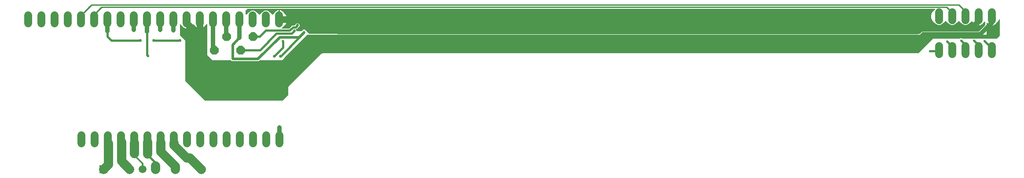
<source format=gbr>
G04 EAGLE Gerber RS-274X export*
G75*
%MOMM*%
%FSLAX34Y34*%
%LPD*%
%INBottom Copper*%
%IPPOS*%
%AMOC8*
5,1,8,0,0,1.08239X$1,22.5*%
G01*
%ADD10C,1.524000*%
%ADD11P,1.814519X8X202.500000*%
%ADD12R,1.508000X1.508000*%
%ADD13C,1.508000*%
%ADD14C,0.525000*%
%ADD15C,0.508000*%
%ADD16C,0.406400*%
%ADD17C,0.812800*%
%ADD18C,0.352400*%
%ADD19C,0.254000*%
%ADD20C,1.270000*%
%ADD21C,1.778000*%
%ADD22C,0.304800*%

G36*
X624168Y465852D02*
X624168Y465852D01*
X624259Y465859D01*
X624289Y465871D01*
X624321Y465877D01*
X624401Y465919D01*
X624485Y465955D01*
X624517Y465981D01*
X624538Y465992D01*
X624560Y466015D01*
X624616Y466060D01*
X634014Y475458D01*
X634067Y475532D01*
X634127Y475601D01*
X634139Y475631D01*
X634158Y475657D01*
X634185Y475744D01*
X634219Y475829D01*
X634223Y475870D01*
X634230Y475893D01*
X634229Y475925D01*
X634237Y475996D01*
X634237Y489853D01*
X635900Y493867D01*
X697393Y555360D01*
X701407Y557023D01*
X1786407Y557023D01*
X1846857Y557045D01*
X1846947Y557060D01*
X1847038Y557067D01*
X1847068Y557080D01*
X1847100Y557085D01*
X1847180Y557128D01*
X1847264Y557164D01*
X1847296Y557189D01*
X1847317Y557200D01*
X1847339Y557224D01*
X1847395Y557268D01*
X1875597Y585471D01*
X1927341Y585471D01*
X1927432Y585486D01*
X1927522Y585493D01*
X1927552Y585505D01*
X1927584Y585511D01*
X1927665Y585553D01*
X1927749Y585589D01*
X1927760Y585598D01*
X1930758Y585598D01*
X1930778Y585581D01*
X1930808Y585569D01*
X1930834Y585550D01*
X1930921Y585523D01*
X1931006Y585489D01*
X1931047Y585485D01*
X1931069Y585478D01*
X1931101Y585479D01*
X1931173Y585471D01*
X1997964Y585471D01*
X1998054Y585486D01*
X1998145Y585493D01*
X1998175Y585505D01*
X1998207Y585511D01*
X1998287Y585553D01*
X1998371Y585589D01*
X1998403Y585615D01*
X1998424Y585626D01*
X1998446Y585649D01*
X1998502Y585694D01*
X2003328Y590520D01*
X2003381Y590594D01*
X2003441Y590663D01*
X2003453Y590693D01*
X2003472Y590719D01*
X2003499Y590806D01*
X2003533Y590891D01*
X2003537Y590932D01*
X2003544Y590955D01*
X2003543Y590987D01*
X2003551Y591058D01*
X2003551Y621612D01*
X2003536Y621708D01*
X2003526Y621805D01*
X2003516Y621829D01*
X2003512Y621854D01*
X2003466Y621940D01*
X2003426Y622029D01*
X2003409Y622049D01*
X2003396Y622072D01*
X2003326Y622139D01*
X2003260Y622211D01*
X2003237Y622223D01*
X2003218Y622241D01*
X2003130Y622282D01*
X2003044Y622329D01*
X2003019Y622334D01*
X2002995Y622345D01*
X2002898Y622356D01*
X2002802Y622373D01*
X2002776Y622369D01*
X2002751Y622372D01*
X2002655Y622351D01*
X2002559Y622337D01*
X2002536Y622325D01*
X2002510Y622320D01*
X2002427Y622270D01*
X2002340Y622226D01*
X2002321Y622207D01*
X2002299Y622193D01*
X2002236Y622120D01*
X2002168Y622050D01*
X2002152Y622021D01*
X2002139Y622007D01*
X2002127Y621976D01*
X2002087Y621903D01*
X2001125Y619581D01*
X1997359Y615815D01*
X1997338Y615786D01*
X1997311Y615763D01*
X1997219Y615623D01*
X1997002Y615197D01*
X1996062Y613903D01*
X1994931Y612772D01*
X1993637Y611832D01*
X1992212Y611106D01*
X1990691Y610611D01*
X1989835Y610476D01*
X1989835Y612267D01*
X1989832Y612287D01*
X1989834Y612306D01*
X1989812Y612408D01*
X1989795Y612510D01*
X1989786Y612527D01*
X1989782Y612547D01*
X1989729Y612636D01*
X1989680Y612727D01*
X1989666Y612741D01*
X1989656Y612758D01*
X1989577Y612825D01*
X1989502Y612897D01*
X1989484Y612905D01*
X1989469Y612918D01*
X1989373Y612957D01*
X1989279Y613000D01*
X1989259Y613002D01*
X1989241Y613010D01*
X1989074Y613028D01*
X1987550Y613028D01*
X1987530Y613025D01*
X1987511Y613027D01*
X1987409Y613005D01*
X1987307Y612989D01*
X1987290Y612979D01*
X1987270Y612975D01*
X1987181Y612922D01*
X1987090Y612873D01*
X1987076Y612859D01*
X1987059Y612849D01*
X1986992Y612770D01*
X1986921Y612695D01*
X1986912Y612677D01*
X1986899Y612662D01*
X1986860Y612566D01*
X1986817Y612472D01*
X1986815Y612452D01*
X1986807Y612434D01*
X1986789Y612267D01*
X1986789Y610476D01*
X1985933Y610611D01*
X1984412Y611106D01*
X1982987Y611832D01*
X1981693Y612772D01*
X1980562Y613903D01*
X1979622Y615197D01*
X1979592Y615254D01*
X1979552Y615309D01*
X1979520Y615369D01*
X1979480Y615408D01*
X1979447Y615453D01*
X1979391Y615492D01*
X1979342Y615538D01*
X1979291Y615562D01*
X1979246Y615594D01*
X1979181Y615613D01*
X1979119Y615642D01*
X1979063Y615648D01*
X1979010Y615664D01*
X1978942Y615662D01*
X1978875Y615669D01*
X1978820Y615657D01*
X1978764Y615655D01*
X1978701Y615631D01*
X1978634Y615617D01*
X1978586Y615588D01*
X1978534Y615568D01*
X1978481Y615525D01*
X1978423Y615491D01*
X1978387Y615448D01*
X1978343Y615413D01*
X1978307Y615355D01*
X1978263Y615304D01*
X1978242Y615252D01*
X1978213Y615205D01*
X1978197Y615139D01*
X1978171Y615076D01*
X1978163Y614997D01*
X1978155Y614965D01*
X1978157Y614944D01*
X1978153Y614909D01*
X1978153Y592581D01*
X671576Y592581D01*
X671486Y592567D01*
X671395Y592559D01*
X671365Y592547D01*
X671333Y592542D01*
X671253Y592499D01*
X671169Y592463D01*
X671137Y592437D01*
X671116Y592426D01*
X671094Y592403D01*
X671038Y592358D01*
X628112Y549432D01*
X628059Y549358D01*
X627999Y549289D01*
X627987Y549259D01*
X627968Y549233D01*
X627941Y549146D01*
X627907Y549061D01*
X627903Y549020D01*
X627896Y548997D01*
X627897Y548965D01*
X627896Y548963D01*
X622747Y543813D01*
X580357Y543813D01*
X580267Y543799D01*
X580176Y543791D01*
X580146Y543779D01*
X580114Y543774D01*
X580034Y543731D01*
X579950Y543695D01*
X579917Y543669D01*
X579897Y543658D01*
X579875Y543635D01*
X579819Y543590D01*
X578010Y541781D01*
X526128Y541781D01*
X524319Y543590D01*
X524245Y543643D01*
X524176Y543703D01*
X524146Y543715D01*
X524120Y543734D01*
X524033Y543761D01*
X523948Y543795D01*
X523907Y543799D01*
X523885Y543806D01*
X523852Y543805D01*
X523781Y543813D01*
X488249Y543813D01*
X478535Y553527D01*
X478535Y612295D01*
X478521Y612385D01*
X478513Y612476D01*
X478501Y612506D01*
X478496Y612538D01*
X478453Y612619D01*
X478417Y612703D01*
X478391Y612735D01*
X478380Y612756D01*
X478357Y612778D01*
X478312Y612834D01*
X478058Y613088D01*
X478042Y613099D01*
X478030Y613115D01*
X477942Y613171D01*
X477859Y613231D01*
X477840Y613237D01*
X477823Y613248D01*
X477722Y613273D01*
X477623Y613304D01*
X477604Y613303D01*
X477584Y613308D01*
X477481Y613300D01*
X477378Y613297D01*
X477359Y613290D01*
X477339Y613289D01*
X477244Y613248D01*
X477147Y613213D01*
X477131Y613200D01*
X477113Y613193D01*
X476982Y613088D01*
X473867Y609973D01*
X473846Y609944D01*
X473819Y609921D01*
X473727Y609780D01*
X473510Y609355D01*
X472570Y608061D01*
X471439Y606930D01*
X470145Y605990D01*
X468720Y605264D01*
X467199Y604769D01*
X466343Y604634D01*
X466343Y606425D01*
X466340Y606445D01*
X466342Y606464D01*
X466320Y606566D01*
X466303Y606668D01*
X466294Y606685D01*
X466290Y606705D01*
X466237Y606794D01*
X466188Y606885D01*
X466174Y606899D01*
X466164Y606916D01*
X466085Y606983D01*
X466010Y607055D01*
X465992Y607063D01*
X465977Y607076D01*
X465881Y607115D01*
X465787Y607158D01*
X465767Y607160D01*
X465749Y607168D01*
X465582Y607186D01*
X464058Y607186D01*
X464038Y607183D01*
X464019Y607185D01*
X463917Y607163D01*
X463815Y607147D01*
X463798Y607137D01*
X463778Y607133D01*
X463689Y607080D01*
X463598Y607031D01*
X463584Y607017D01*
X463567Y607007D01*
X463500Y606928D01*
X463429Y606853D01*
X463420Y606835D01*
X463407Y606820D01*
X463368Y606724D01*
X463325Y606630D01*
X463323Y606610D01*
X463315Y606592D01*
X463297Y606425D01*
X463297Y604634D01*
X462441Y604769D01*
X460920Y605264D01*
X459495Y605990D01*
X458201Y606930D01*
X457070Y608061D01*
X456130Y609355D01*
X455913Y609780D01*
X455892Y609809D01*
X455878Y609842D01*
X455773Y609973D01*
X452658Y613088D01*
X452642Y613099D01*
X452630Y613115D01*
X452542Y613171D01*
X452459Y613231D01*
X452440Y613237D01*
X452423Y613248D01*
X452322Y613273D01*
X452223Y613304D01*
X452204Y613303D01*
X452184Y613308D01*
X452081Y613300D01*
X451978Y613297D01*
X451959Y613290D01*
X451939Y613289D01*
X451844Y613248D01*
X451747Y613213D01*
X451731Y613200D01*
X451713Y613193D01*
X451582Y613088D01*
X448467Y609973D01*
X448446Y609944D01*
X448419Y609921D01*
X448327Y609780D01*
X448110Y609355D01*
X447170Y608061D01*
X446039Y606930D01*
X444745Y605990D01*
X443320Y605264D01*
X441799Y604769D01*
X440943Y604634D01*
X440943Y606425D01*
X440940Y606445D01*
X440942Y606464D01*
X440920Y606566D01*
X440903Y606668D01*
X440894Y606685D01*
X440890Y606705D01*
X440837Y606794D01*
X440788Y606885D01*
X440774Y606899D01*
X440764Y606916D01*
X440685Y606983D01*
X440610Y607055D01*
X440592Y607063D01*
X440577Y607076D01*
X440481Y607115D01*
X440387Y607158D01*
X440367Y607160D01*
X440349Y607168D01*
X440182Y607186D01*
X438658Y607186D01*
X438638Y607183D01*
X438619Y607185D01*
X438517Y607163D01*
X438415Y607147D01*
X438398Y607137D01*
X438378Y607133D01*
X438289Y607080D01*
X438198Y607031D01*
X438184Y607017D01*
X438167Y607007D01*
X438100Y606928D01*
X438029Y606853D01*
X438020Y606835D01*
X438007Y606820D01*
X437968Y606724D01*
X437925Y606630D01*
X437923Y606610D01*
X437915Y606592D01*
X437897Y606425D01*
X437897Y604634D01*
X437041Y604769D01*
X435520Y605264D01*
X434095Y605990D01*
X432801Y606930D01*
X431670Y608061D01*
X430730Y609355D01*
X430513Y609780D01*
X430492Y609809D01*
X430478Y609842D01*
X430373Y609973D01*
X427258Y613088D01*
X427200Y613129D01*
X427148Y613179D01*
X427101Y613201D01*
X427059Y613231D01*
X426990Y613252D01*
X426925Y613283D01*
X426873Y613288D01*
X426823Y613304D01*
X426752Y613302D01*
X426681Y613310D01*
X426630Y613299D01*
X426578Y613297D01*
X426510Y613273D01*
X426440Y613257D01*
X426396Y613231D01*
X426347Y613213D01*
X426291Y613168D01*
X426229Y613131D01*
X426195Y613092D01*
X426155Y613059D01*
X426116Y612999D01*
X426069Y612944D01*
X426050Y612896D01*
X426022Y612852D01*
X426004Y612783D01*
X425977Y612716D01*
X425969Y612645D01*
X425961Y612614D01*
X425963Y612590D01*
X425959Y612549D01*
X425959Y591820D01*
X425974Y591730D01*
X425981Y591639D01*
X425993Y591609D01*
X425999Y591577D01*
X426041Y591497D01*
X426077Y591413D01*
X426103Y591381D01*
X426114Y591360D01*
X426137Y591338D01*
X426182Y591282D01*
X436119Y581345D01*
X436119Y504698D01*
X436134Y504608D01*
X436141Y504517D01*
X436153Y504487D01*
X436159Y504455D01*
X436201Y504375D01*
X436237Y504291D01*
X436263Y504259D01*
X436274Y504238D01*
X436297Y504216D01*
X436342Y504160D01*
X474442Y466060D01*
X474516Y466007D01*
X474585Y465947D01*
X474615Y465935D01*
X474641Y465916D01*
X474728Y465889D01*
X474813Y465855D01*
X474854Y465851D01*
X474877Y465844D01*
X474909Y465845D01*
X474980Y465837D01*
X624078Y465837D01*
X624168Y465852D01*
G37*
G36*
X1849374Y594376D02*
X1849374Y594376D01*
X1849465Y594383D01*
X1849495Y594395D01*
X1849527Y594401D01*
X1849607Y594443D01*
X1849691Y594479D01*
X1849723Y594505D01*
X1849744Y594516D01*
X1849766Y594539D01*
X1849822Y594584D01*
X1853320Y598082D01*
X1855374Y598933D01*
X1963076Y598933D01*
X1963166Y598947D01*
X1963257Y598955D01*
X1963287Y598967D01*
X1963318Y598972D01*
X1963399Y599015D01*
X1963483Y599051D01*
X1963515Y599077D01*
X1963536Y599088D01*
X1963558Y599111D01*
X1963614Y599156D01*
X1975134Y610676D01*
X1975187Y610750D01*
X1975247Y610819D01*
X1975259Y610849D01*
X1975278Y610876D01*
X1975305Y610963D01*
X1975339Y611048D01*
X1975343Y611088D01*
X1975350Y611111D01*
X1975349Y611143D01*
X1975357Y611214D01*
X1975357Y617375D01*
X1975346Y617446D01*
X1975344Y617518D01*
X1975326Y617567D01*
X1975318Y617618D01*
X1975284Y617681D01*
X1975259Y617749D01*
X1975227Y617790D01*
X1975202Y617836D01*
X1975151Y617885D01*
X1975106Y617941D01*
X1975062Y617969D01*
X1975024Y618005D01*
X1974959Y618035D01*
X1974899Y618074D01*
X1974848Y618087D01*
X1974801Y618109D01*
X1974730Y618116D01*
X1974660Y618134D01*
X1974608Y618130D01*
X1974557Y618136D01*
X1974486Y618120D01*
X1974415Y618115D01*
X1974367Y618094D01*
X1974316Y618083D01*
X1974255Y618047D01*
X1974189Y618019D01*
X1974133Y617974D01*
X1974105Y617957D01*
X1974090Y617939D01*
X1974058Y617914D01*
X1971959Y615815D01*
X1971938Y615786D01*
X1971911Y615763D01*
X1971819Y615623D01*
X1971602Y615197D01*
X1970662Y613903D01*
X1969531Y612772D01*
X1968237Y611832D01*
X1966812Y611106D01*
X1965291Y610611D01*
X1964435Y610476D01*
X1964435Y612267D01*
X1964432Y612287D01*
X1964434Y612306D01*
X1964412Y612408D01*
X1964395Y612510D01*
X1964386Y612527D01*
X1964382Y612547D01*
X1964329Y612636D01*
X1964280Y612727D01*
X1964266Y612741D01*
X1964256Y612758D01*
X1964177Y612825D01*
X1964102Y612897D01*
X1964084Y612905D01*
X1964069Y612918D01*
X1963973Y612957D01*
X1963879Y613000D01*
X1963859Y613002D01*
X1963841Y613010D01*
X1963674Y613028D01*
X1962150Y613028D01*
X1962130Y613025D01*
X1962111Y613027D01*
X1962009Y613005D01*
X1961907Y612989D01*
X1961890Y612979D01*
X1961870Y612975D01*
X1961781Y612922D01*
X1961690Y612873D01*
X1961676Y612859D01*
X1961659Y612849D01*
X1961592Y612770D01*
X1961521Y612695D01*
X1961512Y612677D01*
X1961499Y612662D01*
X1961460Y612566D01*
X1961417Y612472D01*
X1961415Y612452D01*
X1961407Y612434D01*
X1961389Y612267D01*
X1961389Y610476D01*
X1960533Y610611D01*
X1959012Y611106D01*
X1957587Y611832D01*
X1956293Y612772D01*
X1955162Y613903D01*
X1954222Y615197D01*
X1954005Y615623D01*
X1953984Y615651D01*
X1953970Y615684D01*
X1953865Y615815D01*
X1950750Y618930D01*
X1950734Y618941D01*
X1950722Y618957D01*
X1950635Y619013D01*
X1950551Y619073D01*
X1950531Y619079D01*
X1950515Y619090D01*
X1950414Y619115D01*
X1950315Y619146D01*
X1950296Y619145D01*
X1950276Y619150D01*
X1950173Y619142D01*
X1950070Y619139D01*
X1950051Y619132D01*
X1950031Y619131D01*
X1949936Y619090D01*
X1949839Y619055D01*
X1949823Y619042D01*
X1949805Y619034D01*
X1949674Y618930D01*
X1946073Y615329D01*
X1944811Y614806D01*
X1944755Y614772D01*
X1944695Y614746D01*
X1944630Y614694D01*
X1944602Y614677D01*
X1944589Y614662D01*
X1944564Y614641D01*
X1942692Y612769D01*
X1939331Y611377D01*
X1935693Y611377D01*
X1932332Y612769D01*
X1930460Y614641D01*
X1930407Y614679D01*
X1930360Y614725D01*
X1930287Y614766D01*
X1930260Y614785D01*
X1930242Y614791D01*
X1930213Y614806D01*
X1928951Y615329D01*
X1925350Y618930D01*
X1925334Y618941D01*
X1925322Y618957D01*
X1925234Y619013D01*
X1925151Y619073D01*
X1925132Y619079D01*
X1925115Y619090D01*
X1925014Y619115D01*
X1924915Y619146D01*
X1924896Y619145D01*
X1924876Y619150D01*
X1924773Y619142D01*
X1924670Y619139D01*
X1924651Y619132D01*
X1924631Y619131D01*
X1924536Y619090D01*
X1924439Y619055D01*
X1924423Y619042D01*
X1924405Y619034D01*
X1924274Y618930D01*
X1920673Y615329D01*
X1919411Y614806D01*
X1919355Y614772D01*
X1919295Y614746D01*
X1919230Y614694D01*
X1919202Y614677D01*
X1919189Y614662D01*
X1919164Y614641D01*
X1917292Y612769D01*
X1913931Y611377D01*
X1910293Y611377D01*
X1906932Y612769D01*
X1905060Y614641D01*
X1905007Y614679D01*
X1904960Y614725D01*
X1904887Y614766D01*
X1904860Y614785D01*
X1904842Y614791D01*
X1904813Y614806D01*
X1903551Y615329D01*
X1899950Y618930D01*
X1899934Y618941D01*
X1899922Y618957D01*
X1899834Y619013D01*
X1899751Y619073D01*
X1899732Y619079D01*
X1899715Y619090D01*
X1899614Y619115D01*
X1899515Y619146D01*
X1899496Y619145D01*
X1899476Y619150D01*
X1899373Y619142D01*
X1899270Y619139D01*
X1899251Y619132D01*
X1899231Y619131D01*
X1899136Y619090D01*
X1899039Y619055D01*
X1899023Y619042D01*
X1899005Y619034D01*
X1898874Y618930D01*
X1895273Y615329D01*
X1894011Y614806D01*
X1893955Y614772D01*
X1893895Y614746D01*
X1893830Y614694D01*
X1893802Y614677D01*
X1893789Y614662D01*
X1893764Y614641D01*
X1891892Y612769D01*
X1888531Y611377D01*
X1884893Y611377D01*
X1881532Y612769D01*
X1879660Y614641D01*
X1879607Y614679D01*
X1879560Y614725D01*
X1879487Y614766D01*
X1879460Y614785D01*
X1879442Y614791D01*
X1879413Y614806D01*
X1878151Y615329D01*
X1873899Y619581D01*
X1871598Y625136D01*
X1871598Y631148D01*
X1873899Y636703D01*
X1878151Y640955D01*
X1878633Y641155D01*
X1878716Y641206D01*
X1878802Y641252D01*
X1878820Y641271D01*
X1878842Y641284D01*
X1878905Y641359D01*
X1878972Y641430D01*
X1878983Y641454D01*
X1878999Y641474D01*
X1879034Y641565D01*
X1879075Y641653D01*
X1879078Y641679D01*
X1879087Y641703D01*
X1879092Y641801D01*
X1879102Y641897D01*
X1879097Y641923D01*
X1879098Y641949D01*
X1879071Y642043D01*
X1879050Y642138D01*
X1879037Y642160D01*
X1879029Y642185D01*
X1878974Y642265D01*
X1878924Y642349D01*
X1878904Y642366D01*
X1878889Y642387D01*
X1878811Y642446D01*
X1878737Y642509D01*
X1878713Y642519D01*
X1878692Y642534D01*
X1878599Y642564D01*
X1878509Y642601D01*
X1878476Y642604D01*
X1878458Y642610D01*
X1878425Y642610D01*
X1878342Y642619D01*
X556260Y642619D01*
X556170Y642605D01*
X556079Y642597D01*
X556049Y642585D01*
X556017Y642580D01*
X555937Y642537D01*
X555853Y642501D01*
X555821Y642475D01*
X555800Y642464D01*
X555778Y642441D01*
X555722Y642396D01*
X552674Y639348D01*
X552621Y639274D01*
X552561Y639205D01*
X552549Y639175D01*
X552530Y639149D01*
X552503Y639062D01*
X552469Y638977D01*
X552465Y638936D01*
X552458Y638913D01*
X552459Y638881D01*
X552451Y638810D01*
X552451Y632559D01*
X552466Y632469D01*
X552473Y632378D01*
X552485Y632348D01*
X552491Y632316D01*
X552533Y632235D01*
X552569Y632151D01*
X552595Y632119D01*
X552606Y632098D01*
X552629Y632076D01*
X552674Y632020D01*
X553182Y631512D01*
X553198Y631501D01*
X553210Y631485D01*
X553298Y631429D01*
X553381Y631369D01*
X553400Y631363D01*
X553417Y631352D01*
X553518Y631327D01*
X553617Y631296D01*
X553636Y631297D01*
X553656Y631292D01*
X553759Y631300D01*
X553862Y631303D01*
X553881Y631310D01*
X553901Y631311D01*
X553996Y631352D01*
X554093Y631387D01*
X554109Y631400D01*
X554127Y631408D01*
X554258Y631512D01*
X557859Y635113D01*
X559121Y635636D01*
X559177Y635670D01*
X559237Y635696D01*
X559302Y635748D01*
X559330Y635765D01*
X559343Y635780D01*
X559368Y635801D01*
X561240Y637673D01*
X564601Y639065D01*
X568239Y639065D01*
X571600Y637673D01*
X573472Y635801D01*
X573525Y635762D01*
X573572Y635717D01*
X573645Y635676D01*
X573672Y635657D01*
X573690Y635651D01*
X573719Y635636D01*
X574981Y635113D01*
X578582Y631512D01*
X578598Y631501D01*
X578610Y631485D01*
X578698Y631429D01*
X578781Y631369D01*
X578800Y631363D01*
X578817Y631352D01*
X578918Y631327D01*
X579017Y631296D01*
X579036Y631297D01*
X579056Y631292D01*
X579159Y631300D01*
X579262Y631303D01*
X579281Y631310D01*
X579301Y631311D01*
X579396Y631352D01*
X579493Y631387D01*
X579509Y631400D01*
X579527Y631408D01*
X579658Y631512D01*
X583259Y635113D01*
X584521Y635636D01*
X584577Y635670D01*
X584637Y635696D01*
X584702Y635748D01*
X584730Y635765D01*
X584743Y635780D01*
X584768Y635801D01*
X586640Y637673D01*
X590001Y639065D01*
X593639Y639065D01*
X597000Y637673D01*
X598872Y635801D01*
X598925Y635762D01*
X598972Y635717D01*
X599045Y635676D01*
X599072Y635657D01*
X599090Y635651D01*
X599119Y635636D01*
X600381Y635113D01*
X603982Y631512D01*
X603998Y631501D01*
X604010Y631485D01*
X604098Y631429D01*
X604181Y631369D01*
X604200Y631363D01*
X604217Y631352D01*
X604318Y631327D01*
X604417Y631296D01*
X604436Y631297D01*
X604456Y631292D01*
X604559Y631300D01*
X604662Y631303D01*
X604681Y631310D01*
X604701Y631311D01*
X604796Y631352D01*
X604893Y631387D01*
X604909Y631400D01*
X604927Y631407D01*
X605058Y631512D01*
X608173Y634627D01*
X608194Y634656D01*
X608221Y634679D01*
X608313Y634820D01*
X608530Y635245D01*
X609470Y636539D01*
X610601Y637670D01*
X611895Y638610D01*
X613320Y639336D01*
X614841Y639831D01*
X615697Y639966D01*
X615697Y638175D01*
X615700Y638155D01*
X615698Y638136D01*
X615720Y638034D01*
X615737Y637932D01*
X615746Y637915D01*
X615750Y637895D01*
X615803Y637806D01*
X615852Y637715D01*
X615866Y637701D01*
X615876Y637684D01*
X615955Y637617D01*
X616030Y637545D01*
X616048Y637537D01*
X616063Y637524D01*
X616159Y637485D01*
X616253Y637442D01*
X616273Y637440D01*
X616291Y637432D01*
X616458Y637414D01*
X617982Y637414D01*
X618002Y637417D01*
X618021Y637415D01*
X618123Y637437D01*
X618225Y637453D01*
X618242Y637463D01*
X618262Y637467D01*
X618351Y637520D01*
X618442Y637569D01*
X618456Y637583D01*
X618473Y637593D01*
X618540Y637672D01*
X618611Y637747D01*
X618620Y637765D01*
X618633Y637780D01*
X618672Y637876D01*
X618715Y637970D01*
X618717Y637990D01*
X618725Y638008D01*
X618743Y638175D01*
X618743Y639966D01*
X619599Y639831D01*
X621120Y639336D01*
X622545Y638610D01*
X623839Y637670D01*
X624970Y636539D01*
X625910Y635245D01*
X626127Y634820D01*
X626148Y634791D01*
X626162Y634758D01*
X626267Y634627D01*
X630033Y630861D01*
X632334Y625306D01*
X632334Y619294D01*
X630033Y613739D01*
X626267Y609973D01*
X626246Y609944D01*
X626219Y609921D01*
X626127Y609780D01*
X625910Y609355D01*
X624970Y608061D01*
X623839Y606930D01*
X622545Y605990D01*
X622488Y605960D01*
X622433Y605920D01*
X622373Y605888D01*
X622334Y605848D01*
X622289Y605815D01*
X622250Y605759D01*
X622204Y605710D01*
X622180Y605659D01*
X622148Y605614D01*
X622129Y605549D01*
X622100Y605487D01*
X622094Y605431D01*
X622078Y605378D01*
X622080Y605310D01*
X622073Y605243D01*
X622085Y605188D01*
X622087Y605132D01*
X622111Y605069D01*
X622125Y605002D01*
X622154Y604954D01*
X622174Y604902D01*
X622216Y604849D01*
X622251Y604791D01*
X622294Y604755D01*
X622329Y604711D01*
X622387Y604675D01*
X622438Y604631D01*
X622490Y604610D01*
X622537Y604580D01*
X622603Y604565D01*
X622666Y604539D01*
X622745Y604531D01*
X622777Y604523D01*
X622797Y604525D01*
X622833Y604521D01*
X635497Y604521D01*
X635588Y604535D01*
X635678Y604543D01*
X635708Y604555D01*
X635740Y604560D01*
X635821Y604603D01*
X635905Y604639D01*
X635937Y604665D01*
X635958Y604676D01*
X635980Y604699D01*
X636036Y604744D01*
X642163Y610871D01*
X647181Y610871D01*
X647272Y610885D01*
X647362Y610893D01*
X647392Y610905D01*
X647424Y610910D01*
X647505Y610953D01*
X647589Y610989D01*
X647621Y611015D01*
X647642Y611026D01*
X647664Y611049D01*
X647720Y611094D01*
X651307Y614681D01*
X654253Y614681D01*
X656337Y612597D01*
X656337Y609651D01*
X650443Y603757D01*
X649997Y603757D01*
X649926Y603746D01*
X649854Y603744D01*
X649805Y603726D01*
X649754Y603718D01*
X649690Y603684D01*
X649623Y603659D01*
X649582Y603627D01*
X649536Y603602D01*
X649487Y603550D01*
X649431Y603506D01*
X649403Y603462D01*
X649367Y603424D01*
X649337Y603359D01*
X649298Y603299D01*
X649285Y603248D01*
X649263Y603201D01*
X649255Y603130D01*
X649238Y603060D01*
X649242Y603008D01*
X649236Y602957D01*
X649252Y602886D01*
X649257Y602815D01*
X649277Y602767D01*
X649289Y602716D01*
X649325Y602655D01*
X649353Y602589D01*
X649398Y602533D01*
X649415Y602505D01*
X649433Y602490D01*
X649458Y602458D01*
X650241Y601675D01*
X650241Y600456D01*
X650244Y600436D01*
X650242Y600417D01*
X650264Y600315D01*
X650280Y600213D01*
X650290Y600196D01*
X650294Y600176D01*
X650347Y600087D01*
X650396Y599996D01*
X650410Y599982D01*
X650420Y599965D01*
X650499Y599898D01*
X650574Y599827D01*
X650592Y599818D01*
X650607Y599805D01*
X650703Y599766D01*
X650797Y599723D01*
X650817Y599721D01*
X650835Y599713D01*
X651002Y599695D01*
X660400Y599695D01*
X660490Y599710D01*
X660581Y599717D01*
X660611Y599729D01*
X660643Y599735D01*
X660723Y599777D01*
X660807Y599813D01*
X660839Y599839D01*
X660860Y599850D01*
X660882Y599873D01*
X660938Y599918D01*
X663763Y602743D01*
X666435Y602743D01*
X674594Y594584D01*
X674668Y594531D01*
X674737Y594471D01*
X674767Y594459D01*
X674793Y594440D01*
X674880Y594413D01*
X674965Y594379D01*
X675006Y594375D01*
X675029Y594368D01*
X675061Y594369D01*
X675132Y594361D01*
X1849284Y594361D01*
X1849374Y594376D01*
G37*
D10*
X1988312Y635762D02*
X1988312Y620522D01*
X1962912Y620522D02*
X1962912Y635762D01*
X1937512Y635762D02*
X1937512Y620522D01*
X1912112Y620522D02*
X1912112Y635762D01*
X1886712Y635762D02*
X1886712Y620522D01*
X1886712Y570738D02*
X1886712Y555498D01*
X1912112Y555498D02*
X1912112Y570738D01*
X1937512Y570738D02*
X1937512Y555498D01*
X1962912Y555498D02*
X1962912Y570738D01*
X1988312Y570738D02*
X1988312Y555498D01*
X236728Y398780D02*
X236728Y383540D01*
X262128Y383540D02*
X262128Y398780D01*
X287528Y398780D02*
X287528Y383540D01*
X312928Y383540D02*
X312928Y398780D01*
X338328Y398780D02*
X338328Y383540D01*
X363728Y383540D02*
X363728Y398780D01*
X389128Y398780D02*
X389128Y383540D01*
X414528Y383540D02*
X414528Y398780D01*
X439928Y398780D02*
X439928Y383540D01*
X465328Y383540D02*
X465328Y398780D01*
X490728Y398780D02*
X490728Y383540D01*
X516128Y383540D02*
X516128Y398780D01*
X541528Y398780D02*
X541528Y383540D01*
X566928Y383540D02*
X566928Y398780D01*
X592328Y398780D02*
X592328Y383540D01*
X617728Y383540D02*
X617728Y398780D01*
X134620Y614680D02*
X134620Y629920D01*
X160020Y629920D02*
X160020Y614680D01*
X185420Y614680D02*
X185420Y629920D01*
X210820Y629920D02*
X210820Y614680D01*
X236220Y614680D02*
X236220Y629920D01*
X261620Y629920D02*
X261620Y614680D01*
X287020Y614680D02*
X287020Y629920D01*
X312420Y629920D02*
X312420Y614680D01*
X337820Y614680D02*
X337820Y629920D01*
X363220Y629920D02*
X363220Y614680D01*
X388620Y614680D02*
X388620Y629920D01*
X414020Y629920D02*
X414020Y614680D01*
X439420Y614680D02*
X439420Y629920D01*
X464820Y629920D02*
X464820Y614680D01*
X490220Y614680D02*
X490220Y629920D01*
X515620Y629920D02*
X515620Y614680D01*
X541020Y614680D02*
X541020Y629920D01*
X566420Y629920D02*
X566420Y614680D01*
X591820Y614680D02*
X591820Y629920D01*
X617220Y629920D02*
X617220Y614680D01*
D11*
X543560Y563372D03*
X492760Y563372D03*
X566674Y589026D03*
X515874Y589026D03*
D12*
X279184Y334010D03*
D13*
X329184Y334010D03*
X354184Y334010D03*
X379184Y334010D03*
X466960Y333756D03*
X416960Y333756D03*
D14*
X665480Y596900D03*
D15*
X657606Y589026D01*
X656590Y588010D01*
X657606Y589026D02*
X657860Y589026D01*
X656590Y588010D02*
X618490Y588010D01*
X576326Y545846D01*
X527812Y545846D01*
X527812Y573532D02*
X541020Y586740D01*
X527812Y573532D02*
X527812Y545846D01*
D16*
X620014Y551180D02*
X657860Y589026D01*
X620014Y551180D02*
X619760Y551180D01*
D14*
X619760Y551180D03*
D17*
X541020Y586740D02*
X541020Y622300D01*
D18*
X617728Y414020D03*
D17*
X617728Y398018D01*
D18*
X1974342Y580644D03*
D16*
X1986280Y568706D01*
D19*
X1912112Y628142D02*
X1912112Y635254D01*
X1903857Y643509D01*
X1901190Y646176D01*
X275590Y646176D02*
X272796Y643382D01*
X261366Y631952D01*
X275590Y646176D02*
X1901190Y646176D01*
D18*
X1903857Y643509D03*
X272796Y643382D03*
D19*
X1937512Y637286D02*
X1937512Y628142D01*
X1930781Y644017D02*
X1924558Y650240D01*
X256032Y650240D02*
X251714Y645922D01*
X236728Y630936D01*
X256032Y650240D02*
X1924558Y650240D01*
D18*
X1930781Y644017D03*
D19*
X1937512Y637286D01*
D18*
X251714Y645922D03*
D14*
X426720Y581660D03*
D16*
X375920Y581660D01*
D14*
X375920Y581660D03*
X350520Y581660D03*
D16*
X294640Y581660D01*
X287020Y589280D02*
X287020Y599186D01*
X287020Y589280D02*
X294640Y581660D01*
D17*
X287020Y604266D02*
X287020Y622300D01*
X287020Y604266D02*
X287020Y599186D01*
D18*
X287020Y604266D03*
D20*
X730758Y600456D02*
X1844802Y600456D01*
X708914Y622300D02*
X617220Y622300D01*
X708914Y622300D02*
X730758Y600456D01*
D17*
X1962912Y619506D02*
X1962912Y628142D01*
X1962912Y619506D02*
X1947926Y604520D01*
X1848866Y604520D01*
X1844802Y600456D01*
D14*
X624840Y580221D03*
D16*
X624840Y568537D02*
X607483Y551180D01*
X607314Y551180D01*
X624840Y568537D02*
X624840Y580221D01*
D14*
X607314Y551180D03*
X364490Y552196D03*
D16*
X363220Y553466D02*
X363220Y598424D01*
X363220Y553466D02*
X364490Y552196D01*
D17*
X363220Y598424D02*
X363220Y622300D01*
D18*
X1954022Y581660D03*
D16*
X1962912Y572770D01*
X1962912Y570992D01*
D20*
X1849374Y586232D02*
X682244Y586232D01*
X612140Y516128D01*
X475996Y516128D01*
X464820Y527304D02*
X464820Y589788D01*
X464820Y622300D01*
X464820Y527304D02*
X475996Y516128D01*
X464820Y589788D02*
X439420Y615188D01*
X439420Y622300D01*
D17*
X1988312Y628142D02*
X1988312Y615950D01*
X1965706Y593344D01*
X1856486Y593344D01*
X1849374Y586232D01*
D18*
X337820Y601980D03*
D17*
X337566Y602234D01*
X337566Y611378D01*
D18*
X1868678Y561340D03*
D16*
X1879346Y561340D01*
X1880870Y562864D01*
D18*
X388620Y601980D03*
D17*
X388620Y614680D01*
X388366Y614934D01*
D18*
X1901952Y579628D03*
D16*
X1910588Y570992D01*
D18*
X414020Y601472D03*
D17*
X414020Y611378D01*
D18*
X1929257Y582041D03*
D16*
X1937004Y574294D01*
X1937004Y571246D01*
D14*
X646684Y600202D03*
D16*
X641350Y594868D01*
X611886Y594868D01*
X580390Y563372D02*
X543560Y563372D01*
X580390Y563372D02*
X611886Y594868D01*
D14*
X652780Y611124D03*
D16*
X648970Y607314D01*
X643636Y607314D01*
X637286Y600964D01*
X591820Y600964D01*
X579882Y589026D02*
X566674Y589026D01*
X579882Y589026D02*
X591820Y600964D01*
D17*
X515366Y589534D02*
X515366Y622554D01*
X515366Y589534D02*
X515874Y589026D01*
X490220Y565912D02*
X490220Y621792D01*
X490220Y565912D02*
X492760Y563372D01*
D21*
X288036Y342862D02*
X279184Y334010D01*
X288036Y342862D02*
X288036Y383540D01*
X313436Y349758D02*
X329184Y334010D01*
X313436Y349758D02*
X313436Y385826D01*
D22*
X354184Y344678D02*
X354184Y334010D01*
X354184Y344678D02*
X338074Y360788D01*
X338074Y364490D01*
D21*
X338074Y384810D01*
X379184Y339890D02*
X379184Y334010D01*
X379184Y339890D02*
X378968Y340106D01*
D16*
X378968Y346456D01*
X363728Y361696D01*
X363728Y362966D01*
D21*
X363982Y363220D02*
X363982Y386080D01*
X363982Y363220D02*
X363728Y362966D01*
X416960Y339598D02*
X416960Y333756D01*
X416960Y339598D02*
X388874Y367684D01*
X388874Y385572D01*
X445370Y355346D02*
X466960Y333756D01*
X445370Y355346D02*
X439420Y355346D01*
X414274Y380492D01*
X414274Y384810D01*
M02*

</source>
